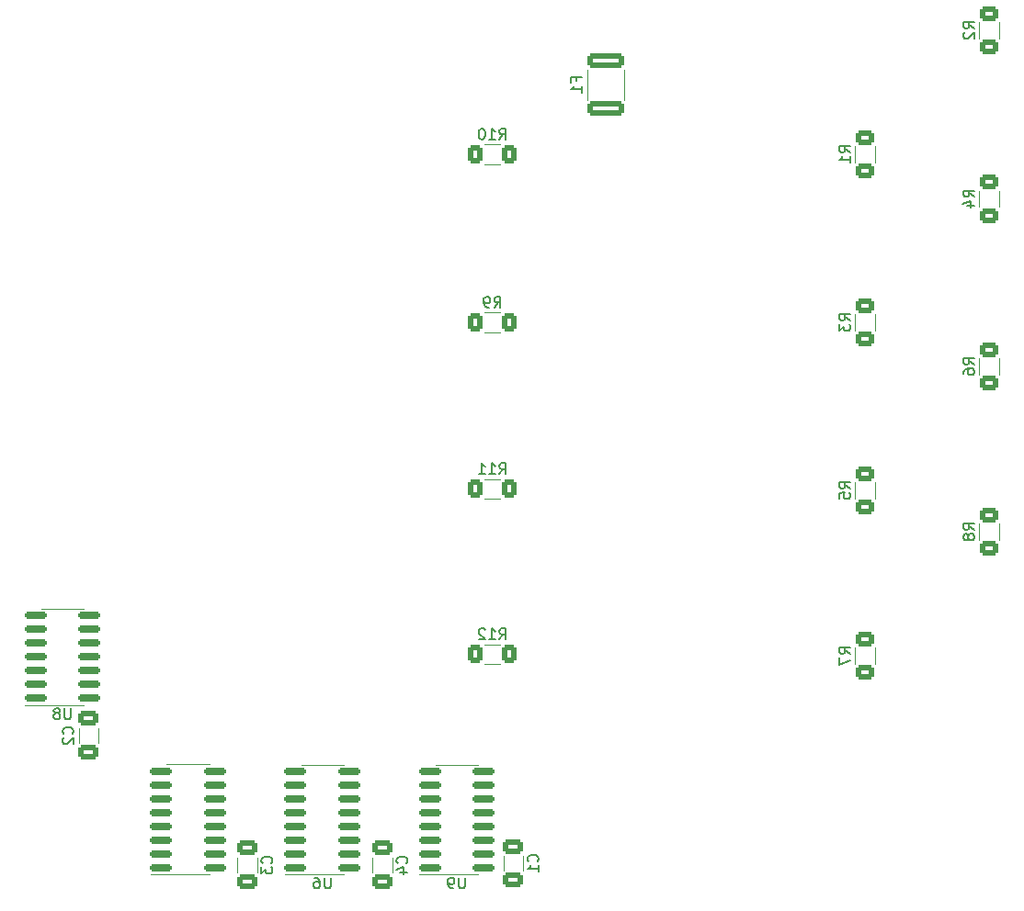
<source format=gbr>
%TF.GenerationSoftware,KiCad,Pcbnew,7.0.7*%
%TF.CreationDate,2023-10-27T11:47:26+02:00*%
%TF.ProjectId,BOB4AXIS,424f4234-4158-4495-932e-6b696361645f,rev?*%
%TF.SameCoordinates,Original*%
%TF.FileFunction,Legend,Bot*%
%TF.FilePolarity,Positive*%
%FSLAX46Y46*%
G04 Gerber Fmt 4.6, Leading zero omitted, Abs format (unit mm)*
G04 Created by KiCad (PCBNEW 7.0.7) date 2023-10-27 11:47:26*
%MOMM*%
%LPD*%
G01*
G04 APERTURE LIST*
G04 Aperture macros list*
%AMRoundRect*
0 Rectangle with rounded corners*
0 $1 Rounding radius*
0 $2 $3 $4 $5 $6 $7 $8 $9 X,Y pos of 4 corners*
0 Add a 4 corners polygon primitive as box body*
4,1,4,$2,$3,$4,$5,$6,$7,$8,$9,$2,$3,0*
0 Add four circle primitives for the rounded corners*
1,1,$1+$1,$2,$3*
1,1,$1+$1,$4,$5*
1,1,$1+$1,$6,$7*
1,1,$1+$1,$8,$9*
0 Add four rect primitives between the rounded corners*
20,1,$1+$1,$2,$3,$4,$5,0*
20,1,$1+$1,$4,$5,$6,$7,0*
20,1,$1+$1,$6,$7,$8,$9,0*
20,1,$1+$1,$8,$9,$2,$3,0*%
G04 Aperture macros list end*
%ADD10C,0.150000*%
%ADD11C,0.120000*%
%ADD12C,2.200000*%
%ADD13R,2.200000X2.200000*%
%ADD14C,0.800000*%
%ADD15C,6.400000*%
%ADD16R,1.700000X1.700000*%
%ADD17O,1.700000X1.700000*%
%ADD18R,1.600000X1.600000*%
%ADD19O,1.600000X1.600000*%
%ADD20RoundRect,0.250000X0.600000X-0.600000X0.600000X0.600000X-0.600000X0.600000X-0.600000X-0.600000X0*%
%ADD21C,1.700000*%
%ADD22RoundRect,0.250000X0.400000X0.625000X-0.400000X0.625000X-0.400000X-0.625000X0.400000X-0.625000X0*%
%ADD23RoundRect,0.250000X0.650000X-0.412500X0.650000X0.412500X-0.650000X0.412500X-0.650000X-0.412500X0*%
%ADD24RoundRect,0.250000X-0.625000X0.400000X-0.625000X-0.400000X0.625000X-0.400000X0.625000X0.400000X0*%
%ADD25RoundRect,0.250000X-1.450000X0.400000X-1.450000X-0.400000X1.450000X-0.400000X1.450000X0.400000X0*%
%ADD26RoundRect,0.150000X-0.825000X-0.150000X0.825000X-0.150000X0.825000X0.150000X-0.825000X0.150000X0*%
%ADD27RoundRect,0.250000X-0.650000X0.412500X-0.650000X-0.412500X0.650000X-0.412500X0.650000X0.412500X0*%
G04 APERTURE END LIST*
D10*
X47225857Y-22764819D02*
X47559190Y-22288628D01*
X47797285Y-22764819D02*
X47797285Y-21764819D01*
X47797285Y-21764819D02*
X47416333Y-21764819D01*
X47416333Y-21764819D02*
X47321095Y-21812438D01*
X47321095Y-21812438D02*
X47273476Y-21860057D01*
X47273476Y-21860057D02*
X47225857Y-21955295D01*
X47225857Y-21955295D02*
X47225857Y-22098152D01*
X47225857Y-22098152D02*
X47273476Y-22193390D01*
X47273476Y-22193390D02*
X47321095Y-22241009D01*
X47321095Y-22241009D02*
X47416333Y-22288628D01*
X47416333Y-22288628D02*
X47797285Y-22288628D01*
X46273476Y-22764819D02*
X46844904Y-22764819D01*
X46559190Y-22764819D02*
X46559190Y-21764819D01*
X46559190Y-21764819D02*
X46654428Y-21907676D01*
X46654428Y-21907676D02*
X46749666Y-22002914D01*
X46749666Y-22002914D02*
X46844904Y-22050533D01*
X45654428Y-21764819D02*
X45559190Y-21764819D01*
X45559190Y-21764819D02*
X45463952Y-21812438D01*
X45463952Y-21812438D02*
X45416333Y-21860057D01*
X45416333Y-21860057D02*
X45368714Y-21955295D01*
X45368714Y-21955295D02*
X45321095Y-22145771D01*
X45321095Y-22145771D02*
X45321095Y-22383866D01*
X45321095Y-22383866D02*
X45368714Y-22574342D01*
X45368714Y-22574342D02*
X45416333Y-22669580D01*
X45416333Y-22669580D02*
X45463952Y-22717200D01*
X45463952Y-22717200D02*
X45559190Y-22764819D01*
X45559190Y-22764819D02*
X45654428Y-22764819D01*
X45654428Y-22764819D02*
X45749666Y-22717200D01*
X45749666Y-22717200D02*
X45797285Y-22669580D01*
X45797285Y-22669580D02*
X45844904Y-22574342D01*
X45844904Y-22574342D02*
X45892523Y-22383866D01*
X45892523Y-22383866D02*
X45892523Y-22145771D01*
X45892523Y-22145771D02*
X45844904Y-21955295D01*
X45844904Y-21955295D02*
X45797285Y-21860057D01*
X45797285Y-21860057D02*
X45749666Y-21812438D01*
X45749666Y-21812438D02*
X45654428Y-21764819D01*
X38658580Y-89495333D02*
X38706200Y-89447714D01*
X38706200Y-89447714D02*
X38753819Y-89304857D01*
X38753819Y-89304857D02*
X38753819Y-89209619D01*
X38753819Y-89209619D02*
X38706200Y-89066762D01*
X38706200Y-89066762D02*
X38610961Y-88971524D01*
X38610961Y-88971524D02*
X38515723Y-88923905D01*
X38515723Y-88923905D02*
X38325247Y-88876286D01*
X38325247Y-88876286D02*
X38182390Y-88876286D01*
X38182390Y-88876286D02*
X37991914Y-88923905D01*
X37991914Y-88923905D02*
X37896676Y-88971524D01*
X37896676Y-88971524D02*
X37801438Y-89066762D01*
X37801438Y-89066762D02*
X37753819Y-89209619D01*
X37753819Y-89209619D02*
X37753819Y-89304857D01*
X37753819Y-89304857D02*
X37801438Y-89447714D01*
X37801438Y-89447714D02*
X37849057Y-89495333D01*
X38087152Y-90352476D02*
X38753819Y-90352476D01*
X37706200Y-90114381D02*
X38420485Y-89876286D01*
X38420485Y-89876286D02*
X38420485Y-90495333D01*
X79533819Y-23963333D02*
X79057628Y-23630000D01*
X79533819Y-23391905D02*
X78533819Y-23391905D01*
X78533819Y-23391905D02*
X78533819Y-23772857D01*
X78533819Y-23772857D02*
X78581438Y-23868095D01*
X78581438Y-23868095D02*
X78629057Y-23915714D01*
X78629057Y-23915714D02*
X78724295Y-23963333D01*
X78724295Y-23963333D02*
X78867152Y-23963333D01*
X78867152Y-23963333D02*
X78962390Y-23915714D01*
X78962390Y-23915714D02*
X79010009Y-23868095D01*
X79010009Y-23868095D02*
X79057628Y-23772857D01*
X79057628Y-23772857D02*
X79057628Y-23391905D01*
X79533819Y-24915714D02*
X79533819Y-24344286D01*
X79533819Y-24630000D02*
X78533819Y-24630000D01*
X78533819Y-24630000D02*
X78676676Y-24534762D01*
X78676676Y-24534762D02*
X78771914Y-24439524D01*
X78771914Y-24439524D02*
X78819533Y-24344286D01*
X79533819Y-70191333D02*
X79057628Y-69858000D01*
X79533819Y-69619905D02*
X78533819Y-69619905D01*
X78533819Y-69619905D02*
X78533819Y-70000857D01*
X78533819Y-70000857D02*
X78581438Y-70096095D01*
X78581438Y-70096095D02*
X78629057Y-70143714D01*
X78629057Y-70143714D02*
X78724295Y-70191333D01*
X78724295Y-70191333D02*
X78867152Y-70191333D01*
X78867152Y-70191333D02*
X78962390Y-70143714D01*
X78962390Y-70143714D02*
X79010009Y-70096095D01*
X79010009Y-70096095D02*
X79057628Y-70000857D01*
X79057628Y-70000857D02*
X79057628Y-69619905D01*
X78533819Y-70524667D02*
X78533819Y-71191333D01*
X78533819Y-71191333D02*
X79533819Y-70762762D01*
X54304009Y-17385666D02*
X54304009Y-17052333D01*
X54827819Y-17052333D02*
X53827819Y-17052333D01*
X53827819Y-17052333D02*
X53827819Y-17528523D01*
X54827819Y-18433285D02*
X54827819Y-17861857D01*
X54827819Y-18147571D02*
X53827819Y-18147571D01*
X53827819Y-18147571D02*
X53970676Y-18052333D01*
X53970676Y-18052333D02*
X54065914Y-17957095D01*
X54065914Y-17957095D02*
X54113533Y-17861857D01*
X79533819Y-54951333D02*
X79057628Y-54618000D01*
X79533819Y-54379905D02*
X78533819Y-54379905D01*
X78533819Y-54379905D02*
X78533819Y-54760857D01*
X78533819Y-54760857D02*
X78581438Y-54856095D01*
X78581438Y-54856095D02*
X78629057Y-54903714D01*
X78629057Y-54903714D02*
X78724295Y-54951333D01*
X78724295Y-54951333D02*
X78867152Y-54951333D01*
X78867152Y-54951333D02*
X78962390Y-54903714D01*
X78962390Y-54903714D02*
X79010009Y-54856095D01*
X79010009Y-54856095D02*
X79057628Y-54760857D01*
X79057628Y-54760857D02*
X79057628Y-54379905D01*
X78533819Y-55856095D02*
X78533819Y-55379905D01*
X78533819Y-55379905D02*
X79010009Y-55332286D01*
X79010009Y-55332286D02*
X78962390Y-55379905D01*
X78962390Y-55379905D02*
X78914771Y-55475143D01*
X78914771Y-55475143D02*
X78914771Y-55713238D01*
X78914771Y-55713238D02*
X78962390Y-55808476D01*
X78962390Y-55808476D02*
X79010009Y-55856095D01*
X79010009Y-55856095D02*
X79105247Y-55903714D01*
X79105247Y-55903714D02*
X79343342Y-55903714D01*
X79343342Y-55903714D02*
X79438580Y-55856095D01*
X79438580Y-55856095D02*
X79486200Y-55808476D01*
X79486200Y-55808476D02*
X79533819Y-55713238D01*
X79533819Y-55713238D02*
X79533819Y-55475143D01*
X79533819Y-55475143D02*
X79486200Y-55379905D01*
X79486200Y-55379905D02*
X79438580Y-55332286D01*
X47225857Y-68865819D02*
X47559190Y-68389628D01*
X47797285Y-68865819D02*
X47797285Y-67865819D01*
X47797285Y-67865819D02*
X47416333Y-67865819D01*
X47416333Y-67865819D02*
X47321095Y-67913438D01*
X47321095Y-67913438D02*
X47273476Y-67961057D01*
X47273476Y-67961057D02*
X47225857Y-68056295D01*
X47225857Y-68056295D02*
X47225857Y-68199152D01*
X47225857Y-68199152D02*
X47273476Y-68294390D01*
X47273476Y-68294390D02*
X47321095Y-68342009D01*
X47321095Y-68342009D02*
X47416333Y-68389628D01*
X47416333Y-68389628D02*
X47797285Y-68389628D01*
X46273476Y-68865819D02*
X46844904Y-68865819D01*
X46559190Y-68865819D02*
X46559190Y-67865819D01*
X46559190Y-67865819D02*
X46654428Y-68008676D01*
X46654428Y-68008676D02*
X46749666Y-68103914D01*
X46749666Y-68103914D02*
X46844904Y-68151533D01*
X45892523Y-67961057D02*
X45844904Y-67913438D01*
X45844904Y-67913438D02*
X45749666Y-67865819D01*
X45749666Y-67865819D02*
X45511571Y-67865819D01*
X45511571Y-67865819D02*
X45416333Y-67913438D01*
X45416333Y-67913438D02*
X45368714Y-67961057D01*
X45368714Y-67961057D02*
X45321095Y-68056295D01*
X45321095Y-68056295D02*
X45321095Y-68151533D01*
X45321095Y-68151533D02*
X45368714Y-68294390D01*
X45368714Y-68294390D02*
X45940142Y-68865819D01*
X45940142Y-68865819D02*
X45321095Y-68865819D01*
X90963819Y-58761333D02*
X90487628Y-58428000D01*
X90963819Y-58189905D02*
X89963819Y-58189905D01*
X89963819Y-58189905D02*
X89963819Y-58570857D01*
X89963819Y-58570857D02*
X90011438Y-58666095D01*
X90011438Y-58666095D02*
X90059057Y-58713714D01*
X90059057Y-58713714D02*
X90154295Y-58761333D01*
X90154295Y-58761333D02*
X90297152Y-58761333D01*
X90297152Y-58761333D02*
X90392390Y-58713714D01*
X90392390Y-58713714D02*
X90440009Y-58666095D01*
X90440009Y-58666095D02*
X90487628Y-58570857D01*
X90487628Y-58570857D02*
X90487628Y-58189905D01*
X90392390Y-59332762D02*
X90344771Y-59237524D01*
X90344771Y-59237524D02*
X90297152Y-59189905D01*
X90297152Y-59189905D02*
X90201914Y-59142286D01*
X90201914Y-59142286D02*
X90154295Y-59142286D01*
X90154295Y-59142286D02*
X90059057Y-59189905D01*
X90059057Y-59189905D02*
X90011438Y-59237524D01*
X90011438Y-59237524D02*
X89963819Y-59332762D01*
X89963819Y-59332762D02*
X89963819Y-59523238D01*
X89963819Y-59523238D02*
X90011438Y-59618476D01*
X90011438Y-59618476D02*
X90059057Y-59666095D01*
X90059057Y-59666095D02*
X90154295Y-59713714D01*
X90154295Y-59713714D02*
X90201914Y-59713714D01*
X90201914Y-59713714D02*
X90297152Y-59666095D01*
X90297152Y-59666095D02*
X90344771Y-59618476D01*
X90344771Y-59618476D02*
X90392390Y-59523238D01*
X90392390Y-59523238D02*
X90392390Y-59332762D01*
X90392390Y-59332762D02*
X90440009Y-59237524D01*
X90440009Y-59237524D02*
X90487628Y-59189905D01*
X90487628Y-59189905D02*
X90582866Y-59142286D01*
X90582866Y-59142286D02*
X90773342Y-59142286D01*
X90773342Y-59142286D02*
X90868580Y-59189905D01*
X90868580Y-59189905D02*
X90916200Y-59237524D01*
X90916200Y-59237524D02*
X90963819Y-59332762D01*
X90963819Y-59332762D02*
X90963819Y-59523238D01*
X90963819Y-59523238D02*
X90916200Y-59618476D01*
X90916200Y-59618476D02*
X90868580Y-59666095D01*
X90868580Y-59666095D02*
X90773342Y-59713714D01*
X90773342Y-59713714D02*
X90582866Y-59713714D01*
X90582866Y-59713714D02*
X90487628Y-59666095D01*
X90487628Y-59666095D02*
X90440009Y-59618476D01*
X90440009Y-59618476D02*
X90392390Y-59523238D01*
X31684904Y-90825819D02*
X31684904Y-91635342D01*
X31684904Y-91635342D02*
X31637285Y-91730580D01*
X31637285Y-91730580D02*
X31589666Y-91778200D01*
X31589666Y-91778200D02*
X31494428Y-91825819D01*
X31494428Y-91825819D02*
X31303952Y-91825819D01*
X31303952Y-91825819D02*
X31208714Y-91778200D01*
X31208714Y-91778200D02*
X31161095Y-91730580D01*
X31161095Y-91730580D02*
X31113476Y-91635342D01*
X31113476Y-91635342D02*
X31113476Y-90825819D01*
X30208714Y-90825819D02*
X30399190Y-90825819D01*
X30399190Y-90825819D02*
X30494428Y-90873438D01*
X30494428Y-90873438D02*
X30542047Y-90921057D01*
X30542047Y-90921057D02*
X30637285Y-91063914D01*
X30637285Y-91063914D02*
X30684904Y-91254390D01*
X30684904Y-91254390D02*
X30684904Y-91635342D01*
X30684904Y-91635342D02*
X30637285Y-91730580D01*
X30637285Y-91730580D02*
X30589666Y-91778200D01*
X30589666Y-91778200D02*
X30494428Y-91825819D01*
X30494428Y-91825819D02*
X30303952Y-91825819D01*
X30303952Y-91825819D02*
X30208714Y-91778200D01*
X30208714Y-91778200D02*
X30161095Y-91730580D01*
X30161095Y-91730580D02*
X30113476Y-91635342D01*
X30113476Y-91635342D02*
X30113476Y-91397247D01*
X30113476Y-91397247D02*
X30161095Y-91302009D01*
X30161095Y-91302009D02*
X30208714Y-91254390D01*
X30208714Y-91254390D02*
X30303952Y-91206771D01*
X30303952Y-91206771D02*
X30494428Y-91206771D01*
X30494428Y-91206771D02*
X30589666Y-91254390D01*
X30589666Y-91254390D02*
X30637285Y-91302009D01*
X30637285Y-91302009D02*
X30684904Y-91397247D01*
X47225857Y-53625819D02*
X47559190Y-53149628D01*
X47797285Y-53625819D02*
X47797285Y-52625819D01*
X47797285Y-52625819D02*
X47416333Y-52625819D01*
X47416333Y-52625819D02*
X47321095Y-52673438D01*
X47321095Y-52673438D02*
X47273476Y-52721057D01*
X47273476Y-52721057D02*
X47225857Y-52816295D01*
X47225857Y-52816295D02*
X47225857Y-52959152D01*
X47225857Y-52959152D02*
X47273476Y-53054390D01*
X47273476Y-53054390D02*
X47321095Y-53102009D01*
X47321095Y-53102009D02*
X47416333Y-53149628D01*
X47416333Y-53149628D02*
X47797285Y-53149628D01*
X46273476Y-53625819D02*
X46844904Y-53625819D01*
X46559190Y-53625819D02*
X46559190Y-52625819D01*
X46559190Y-52625819D02*
X46654428Y-52768676D01*
X46654428Y-52768676D02*
X46749666Y-52863914D01*
X46749666Y-52863914D02*
X46844904Y-52911533D01*
X45321095Y-53625819D02*
X45892523Y-53625819D01*
X45606809Y-53625819D02*
X45606809Y-52625819D01*
X45606809Y-52625819D02*
X45702047Y-52768676D01*
X45702047Y-52768676D02*
X45797285Y-52863914D01*
X45797285Y-52863914D02*
X45892523Y-52911533D01*
X90963819Y-28053333D02*
X90487628Y-27720000D01*
X90963819Y-27481905D02*
X89963819Y-27481905D01*
X89963819Y-27481905D02*
X89963819Y-27862857D01*
X89963819Y-27862857D02*
X90011438Y-27958095D01*
X90011438Y-27958095D02*
X90059057Y-28005714D01*
X90059057Y-28005714D02*
X90154295Y-28053333D01*
X90154295Y-28053333D02*
X90297152Y-28053333D01*
X90297152Y-28053333D02*
X90392390Y-28005714D01*
X90392390Y-28005714D02*
X90440009Y-27958095D01*
X90440009Y-27958095D02*
X90487628Y-27862857D01*
X90487628Y-27862857D02*
X90487628Y-27481905D01*
X90297152Y-28910476D02*
X90963819Y-28910476D01*
X89916200Y-28672381D02*
X90630485Y-28434286D01*
X90630485Y-28434286D02*
X90630485Y-29053333D01*
X7907580Y-77557333D02*
X7955200Y-77509714D01*
X7955200Y-77509714D02*
X8002819Y-77366857D01*
X8002819Y-77366857D02*
X8002819Y-77271619D01*
X8002819Y-77271619D02*
X7955200Y-77128762D01*
X7955200Y-77128762D02*
X7859961Y-77033524D01*
X7859961Y-77033524D02*
X7764723Y-76985905D01*
X7764723Y-76985905D02*
X7574247Y-76938286D01*
X7574247Y-76938286D02*
X7431390Y-76938286D01*
X7431390Y-76938286D02*
X7240914Y-76985905D01*
X7240914Y-76985905D02*
X7145676Y-77033524D01*
X7145676Y-77033524D02*
X7050438Y-77128762D01*
X7050438Y-77128762D02*
X7002819Y-77271619D01*
X7002819Y-77271619D02*
X7002819Y-77366857D01*
X7002819Y-77366857D02*
X7050438Y-77509714D01*
X7050438Y-77509714D02*
X7098057Y-77557333D01*
X7098057Y-77938286D02*
X7050438Y-77985905D01*
X7050438Y-77985905D02*
X7002819Y-78081143D01*
X7002819Y-78081143D02*
X7002819Y-78319238D01*
X7002819Y-78319238D02*
X7050438Y-78414476D01*
X7050438Y-78414476D02*
X7098057Y-78462095D01*
X7098057Y-78462095D02*
X7193295Y-78509714D01*
X7193295Y-78509714D02*
X7288533Y-78509714D01*
X7288533Y-78509714D02*
X7431390Y-78462095D01*
X7431390Y-78462095D02*
X8002819Y-77890667D01*
X8002819Y-77890667D02*
X8002819Y-78509714D01*
X90963819Y-12533333D02*
X90487628Y-12200000D01*
X90963819Y-11961905D02*
X89963819Y-11961905D01*
X89963819Y-11961905D02*
X89963819Y-12342857D01*
X89963819Y-12342857D02*
X90011438Y-12438095D01*
X90011438Y-12438095D02*
X90059057Y-12485714D01*
X90059057Y-12485714D02*
X90154295Y-12533333D01*
X90154295Y-12533333D02*
X90297152Y-12533333D01*
X90297152Y-12533333D02*
X90392390Y-12485714D01*
X90392390Y-12485714D02*
X90440009Y-12438095D01*
X90440009Y-12438095D02*
X90487628Y-12342857D01*
X90487628Y-12342857D02*
X90487628Y-11961905D01*
X90059057Y-12914286D02*
X90011438Y-12961905D01*
X90011438Y-12961905D02*
X89963819Y-13057143D01*
X89963819Y-13057143D02*
X89963819Y-13295238D01*
X89963819Y-13295238D02*
X90011438Y-13390476D01*
X90011438Y-13390476D02*
X90059057Y-13438095D01*
X90059057Y-13438095D02*
X90154295Y-13485714D01*
X90154295Y-13485714D02*
X90249533Y-13485714D01*
X90249533Y-13485714D02*
X90392390Y-13438095D01*
X90392390Y-13438095D02*
X90963819Y-12866667D01*
X90963819Y-12866667D02*
X90963819Y-13485714D01*
X90963819Y-43521333D02*
X90487628Y-43188000D01*
X90963819Y-42949905D02*
X89963819Y-42949905D01*
X89963819Y-42949905D02*
X89963819Y-43330857D01*
X89963819Y-43330857D02*
X90011438Y-43426095D01*
X90011438Y-43426095D02*
X90059057Y-43473714D01*
X90059057Y-43473714D02*
X90154295Y-43521333D01*
X90154295Y-43521333D02*
X90297152Y-43521333D01*
X90297152Y-43521333D02*
X90392390Y-43473714D01*
X90392390Y-43473714D02*
X90440009Y-43426095D01*
X90440009Y-43426095D02*
X90487628Y-43330857D01*
X90487628Y-43330857D02*
X90487628Y-42949905D01*
X89963819Y-44378476D02*
X89963819Y-44188000D01*
X89963819Y-44188000D02*
X90011438Y-44092762D01*
X90011438Y-44092762D02*
X90059057Y-44045143D01*
X90059057Y-44045143D02*
X90201914Y-43949905D01*
X90201914Y-43949905D02*
X90392390Y-43902286D01*
X90392390Y-43902286D02*
X90773342Y-43902286D01*
X90773342Y-43902286D02*
X90868580Y-43949905D01*
X90868580Y-43949905D02*
X90916200Y-43997524D01*
X90916200Y-43997524D02*
X90963819Y-44092762D01*
X90963819Y-44092762D02*
X90963819Y-44283238D01*
X90963819Y-44283238D02*
X90916200Y-44378476D01*
X90916200Y-44378476D02*
X90868580Y-44426095D01*
X90868580Y-44426095D02*
X90773342Y-44473714D01*
X90773342Y-44473714D02*
X90535247Y-44473714D01*
X90535247Y-44473714D02*
X90440009Y-44426095D01*
X90440009Y-44426095D02*
X90392390Y-44378476D01*
X90392390Y-44378476D02*
X90344771Y-44283238D01*
X90344771Y-44283238D02*
X90344771Y-44092762D01*
X90344771Y-44092762D02*
X90392390Y-43997524D01*
X90392390Y-43997524D02*
X90440009Y-43949905D01*
X90440009Y-43949905D02*
X90535247Y-43902286D01*
X50723580Y-89329833D02*
X50771200Y-89282214D01*
X50771200Y-89282214D02*
X50818819Y-89139357D01*
X50818819Y-89139357D02*
X50818819Y-89044119D01*
X50818819Y-89044119D02*
X50771200Y-88901262D01*
X50771200Y-88901262D02*
X50675961Y-88806024D01*
X50675961Y-88806024D02*
X50580723Y-88758405D01*
X50580723Y-88758405D02*
X50390247Y-88710786D01*
X50390247Y-88710786D02*
X50247390Y-88710786D01*
X50247390Y-88710786D02*
X50056914Y-88758405D01*
X50056914Y-88758405D02*
X49961676Y-88806024D01*
X49961676Y-88806024D02*
X49866438Y-88901262D01*
X49866438Y-88901262D02*
X49818819Y-89044119D01*
X49818819Y-89044119D02*
X49818819Y-89139357D01*
X49818819Y-89139357D02*
X49866438Y-89282214D01*
X49866438Y-89282214D02*
X49914057Y-89329833D01*
X50818819Y-90282214D02*
X50818819Y-89710786D01*
X50818819Y-89996500D02*
X49818819Y-89996500D01*
X49818819Y-89996500D02*
X49961676Y-89901262D01*
X49961676Y-89901262D02*
X50056914Y-89806024D01*
X50056914Y-89806024D02*
X50104533Y-89710786D01*
X46749666Y-38258819D02*
X47082999Y-37782628D01*
X47321094Y-38258819D02*
X47321094Y-37258819D01*
X47321094Y-37258819D02*
X46940142Y-37258819D01*
X46940142Y-37258819D02*
X46844904Y-37306438D01*
X46844904Y-37306438D02*
X46797285Y-37354057D01*
X46797285Y-37354057D02*
X46749666Y-37449295D01*
X46749666Y-37449295D02*
X46749666Y-37592152D01*
X46749666Y-37592152D02*
X46797285Y-37687390D01*
X46797285Y-37687390D02*
X46844904Y-37735009D01*
X46844904Y-37735009D02*
X46940142Y-37782628D01*
X46940142Y-37782628D02*
X47321094Y-37782628D01*
X46273475Y-38258819D02*
X46082999Y-38258819D01*
X46082999Y-38258819D02*
X45987761Y-38211200D01*
X45987761Y-38211200D02*
X45940142Y-38163580D01*
X45940142Y-38163580D02*
X45844904Y-38020723D01*
X45844904Y-38020723D02*
X45797285Y-37830247D01*
X45797285Y-37830247D02*
X45797285Y-37449295D01*
X45797285Y-37449295D02*
X45844904Y-37354057D01*
X45844904Y-37354057D02*
X45892523Y-37306438D01*
X45892523Y-37306438D02*
X45987761Y-37258819D01*
X45987761Y-37258819D02*
X46178237Y-37258819D01*
X46178237Y-37258819D02*
X46273475Y-37306438D01*
X46273475Y-37306438D02*
X46321094Y-37354057D01*
X46321094Y-37354057D02*
X46368713Y-37449295D01*
X46368713Y-37449295D02*
X46368713Y-37687390D01*
X46368713Y-37687390D02*
X46321094Y-37782628D01*
X46321094Y-37782628D02*
X46273475Y-37830247D01*
X46273475Y-37830247D02*
X46178237Y-37877866D01*
X46178237Y-37877866D02*
X45987761Y-37877866D01*
X45987761Y-37877866D02*
X45892523Y-37830247D01*
X45892523Y-37830247D02*
X45844904Y-37782628D01*
X45844904Y-37782628D02*
X45797285Y-37687390D01*
X26212580Y-89495333D02*
X26260200Y-89447714D01*
X26260200Y-89447714D02*
X26307819Y-89304857D01*
X26307819Y-89304857D02*
X26307819Y-89209619D01*
X26307819Y-89209619D02*
X26260200Y-89066762D01*
X26260200Y-89066762D02*
X26164961Y-88971524D01*
X26164961Y-88971524D02*
X26069723Y-88923905D01*
X26069723Y-88923905D02*
X25879247Y-88876286D01*
X25879247Y-88876286D02*
X25736390Y-88876286D01*
X25736390Y-88876286D02*
X25545914Y-88923905D01*
X25545914Y-88923905D02*
X25450676Y-88971524D01*
X25450676Y-88971524D02*
X25355438Y-89066762D01*
X25355438Y-89066762D02*
X25307819Y-89209619D01*
X25307819Y-89209619D02*
X25307819Y-89304857D01*
X25307819Y-89304857D02*
X25355438Y-89447714D01*
X25355438Y-89447714D02*
X25403057Y-89495333D01*
X25307819Y-89828667D02*
X25307819Y-90447714D01*
X25307819Y-90447714D02*
X25688771Y-90114381D01*
X25688771Y-90114381D02*
X25688771Y-90257238D01*
X25688771Y-90257238D02*
X25736390Y-90352476D01*
X25736390Y-90352476D02*
X25784009Y-90400095D01*
X25784009Y-90400095D02*
X25879247Y-90447714D01*
X25879247Y-90447714D02*
X26117342Y-90447714D01*
X26117342Y-90447714D02*
X26212580Y-90400095D01*
X26212580Y-90400095D02*
X26260200Y-90352476D01*
X26260200Y-90352476D02*
X26307819Y-90257238D01*
X26307819Y-90257238D02*
X26307819Y-89971524D01*
X26307819Y-89971524D02*
X26260200Y-89876286D01*
X26260200Y-89876286D02*
X26212580Y-89828667D01*
X79533819Y-39457333D02*
X79057628Y-39124000D01*
X79533819Y-38885905D02*
X78533819Y-38885905D01*
X78533819Y-38885905D02*
X78533819Y-39266857D01*
X78533819Y-39266857D02*
X78581438Y-39362095D01*
X78581438Y-39362095D02*
X78629057Y-39409714D01*
X78629057Y-39409714D02*
X78724295Y-39457333D01*
X78724295Y-39457333D02*
X78867152Y-39457333D01*
X78867152Y-39457333D02*
X78962390Y-39409714D01*
X78962390Y-39409714D02*
X79010009Y-39362095D01*
X79010009Y-39362095D02*
X79057628Y-39266857D01*
X79057628Y-39266857D02*
X79057628Y-38885905D01*
X78533819Y-39790667D02*
X78533819Y-40409714D01*
X78533819Y-40409714D02*
X78914771Y-40076381D01*
X78914771Y-40076381D02*
X78914771Y-40219238D01*
X78914771Y-40219238D02*
X78962390Y-40314476D01*
X78962390Y-40314476D02*
X79010009Y-40362095D01*
X79010009Y-40362095D02*
X79105247Y-40409714D01*
X79105247Y-40409714D02*
X79343342Y-40409714D01*
X79343342Y-40409714D02*
X79438580Y-40362095D01*
X79438580Y-40362095D02*
X79486200Y-40314476D01*
X79486200Y-40314476D02*
X79533819Y-40219238D01*
X79533819Y-40219238D02*
X79533819Y-39933524D01*
X79533819Y-39933524D02*
X79486200Y-39838286D01*
X79486200Y-39838286D02*
X79438580Y-39790667D01*
X7746904Y-75219819D02*
X7746904Y-76029342D01*
X7746904Y-76029342D02*
X7699285Y-76124580D01*
X7699285Y-76124580D02*
X7651666Y-76172200D01*
X7651666Y-76172200D02*
X7556428Y-76219819D01*
X7556428Y-76219819D02*
X7365952Y-76219819D01*
X7365952Y-76219819D02*
X7270714Y-76172200D01*
X7270714Y-76172200D02*
X7223095Y-76124580D01*
X7223095Y-76124580D02*
X7175476Y-76029342D01*
X7175476Y-76029342D02*
X7175476Y-75219819D01*
X6556428Y-75648390D02*
X6651666Y-75600771D01*
X6651666Y-75600771D02*
X6699285Y-75553152D01*
X6699285Y-75553152D02*
X6746904Y-75457914D01*
X6746904Y-75457914D02*
X6746904Y-75410295D01*
X6746904Y-75410295D02*
X6699285Y-75315057D01*
X6699285Y-75315057D02*
X6651666Y-75267438D01*
X6651666Y-75267438D02*
X6556428Y-75219819D01*
X6556428Y-75219819D02*
X6365952Y-75219819D01*
X6365952Y-75219819D02*
X6270714Y-75267438D01*
X6270714Y-75267438D02*
X6223095Y-75315057D01*
X6223095Y-75315057D02*
X6175476Y-75410295D01*
X6175476Y-75410295D02*
X6175476Y-75457914D01*
X6175476Y-75457914D02*
X6223095Y-75553152D01*
X6223095Y-75553152D02*
X6270714Y-75600771D01*
X6270714Y-75600771D02*
X6365952Y-75648390D01*
X6365952Y-75648390D02*
X6556428Y-75648390D01*
X6556428Y-75648390D02*
X6651666Y-75696009D01*
X6651666Y-75696009D02*
X6699285Y-75743628D01*
X6699285Y-75743628D02*
X6746904Y-75838866D01*
X6746904Y-75838866D02*
X6746904Y-76029342D01*
X6746904Y-76029342D02*
X6699285Y-76124580D01*
X6699285Y-76124580D02*
X6651666Y-76172200D01*
X6651666Y-76172200D02*
X6556428Y-76219819D01*
X6556428Y-76219819D02*
X6365952Y-76219819D01*
X6365952Y-76219819D02*
X6270714Y-76172200D01*
X6270714Y-76172200D02*
X6223095Y-76124580D01*
X6223095Y-76124580D02*
X6175476Y-76029342D01*
X6175476Y-76029342D02*
X6175476Y-75838866D01*
X6175476Y-75838866D02*
X6223095Y-75743628D01*
X6223095Y-75743628D02*
X6270714Y-75696009D01*
X6270714Y-75696009D02*
X6365952Y-75648390D01*
X44068904Y-90825819D02*
X44068904Y-91635342D01*
X44068904Y-91635342D02*
X44021285Y-91730580D01*
X44021285Y-91730580D02*
X43973666Y-91778200D01*
X43973666Y-91778200D02*
X43878428Y-91825819D01*
X43878428Y-91825819D02*
X43687952Y-91825819D01*
X43687952Y-91825819D02*
X43592714Y-91778200D01*
X43592714Y-91778200D02*
X43545095Y-91730580D01*
X43545095Y-91730580D02*
X43497476Y-91635342D01*
X43497476Y-91635342D02*
X43497476Y-90825819D01*
X42973666Y-91825819D02*
X42783190Y-91825819D01*
X42783190Y-91825819D02*
X42687952Y-91778200D01*
X42687952Y-91778200D02*
X42640333Y-91730580D01*
X42640333Y-91730580D02*
X42545095Y-91587723D01*
X42545095Y-91587723D02*
X42497476Y-91397247D01*
X42497476Y-91397247D02*
X42497476Y-91016295D01*
X42497476Y-91016295D02*
X42545095Y-90921057D01*
X42545095Y-90921057D02*
X42592714Y-90873438D01*
X42592714Y-90873438D02*
X42687952Y-90825819D01*
X42687952Y-90825819D02*
X42878428Y-90825819D01*
X42878428Y-90825819D02*
X42973666Y-90873438D01*
X42973666Y-90873438D02*
X43021285Y-90921057D01*
X43021285Y-90921057D02*
X43068904Y-91016295D01*
X43068904Y-91016295D02*
X43068904Y-91254390D01*
X43068904Y-91254390D02*
X43021285Y-91349628D01*
X43021285Y-91349628D02*
X42973666Y-91397247D01*
X42973666Y-91397247D02*
X42878428Y-91444866D01*
X42878428Y-91444866D02*
X42687952Y-91444866D01*
X42687952Y-91444866D02*
X42592714Y-91397247D01*
X42592714Y-91397247D02*
X42545095Y-91349628D01*
X42545095Y-91349628D02*
X42497476Y-91254390D01*
D11*
%TO.C,R10*%
X47310064Y-25040000D02*
X45855936Y-25040000D01*
X47310064Y-23220000D02*
X45855936Y-23220000D01*
%TO.C,C4*%
X35539000Y-90373252D02*
X35539000Y-88950748D01*
X37359000Y-90373252D02*
X37359000Y-88950748D01*
%TO.C,R1*%
X81809000Y-23402936D02*
X81809000Y-24857064D01*
X79989000Y-23402936D02*
X79989000Y-24857064D01*
%TO.C,R7*%
X81809000Y-69630936D02*
X81809000Y-71085064D01*
X79989000Y-69630936D02*
X79989000Y-71085064D01*
%TO.C,F1*%
X58733000Y-16332748D02*
X58733000Y-19105252D01*
X55313000Y-16332748D02*
X55313000Y-19105252D01*
%TO.C,R5*%
X81809000Y-54390936D02*
X81809000Y-55845064D01*
X79989000Y-54390936D02*
X79989000Y-55845064D01*
%TO.C,R12*%
X47310064Y-71141000D02*
X45855936Y-71141000D01*
X47310064Y-69321000D02*
X45855936Y-69321000D01*
%TO.C,R8*%
X93239000Y-58200936D02*
X93239000Y-59655064D01*
X91419000Y-58200936D02*
X91419000Y-59655064D01*
%TO.C,U6*%
X30923000Y-80411000D02*
X28973000Y-80411000D01*
X30923000Y-80411000D02*
X32873000Y-80411000D01*
X30923000Y-90531000D02*
X27473000Y-90531000D01*
X30923000Y-90531000D02*
X32873000Y-90531000D01*
%TO.C,R11*%
X47310064Y-55901000D02*
X45855936Y-55901000D01*
X47310064Y-54081000D02*
X45855936Y-54081000D01*
%TO.C,R4*%
X93239000Y-27492936D02*
X93239000Y-28947064D01*
X91419000Y-27492936D02*
X91419000Y-28947064D01*
%TO.C,C2*%
X10308000Y-77012748D02*
X10308000Y-78435252D01*
X8488000Y-77012748D02*
X8488000Y-78435252D01*
%TO.C,R2*%
X93239000Y-11972936D02*
X93239000Y-13427064D01*
X91419000Y-11972936D02*
X91419000Y-13427064D01*
%TO.C,R6*%
X93239000Y-42960936D02*
X93239000Y-44415064D01*
X91419000Y-42960936D02*
X91419000Y-44415064D01*
%TO.C,C1*%
X47604000Y-90207752D02*
X47604000Y-88785248D01*
X49424000Y-90207752D02*
X49424000Y-88785248D01*
%TO.C,U5*%
X18542000Y-80381300D02*
X16592000Y-80381300D01*
X18542000Y-80381300D02*
X20492000Y-80381300D01*
X18542000Y-90501300D02*
X15092000Y-90501300D01*
X18542000Y-90501300D02*
X20492000Y-90501300D01*
%TO.C,R9*%
X47310064Y-40534000D02*
X45855936Y-40534000D01*
X47310064Y-38714000D02*
X45855936Y-38714000D01*
%TO.C,C3*%
X23093000Y-90373252D02*
X23093000Y-88950748D01*
X24913000Y-90373252D02*
X24913000Y-88950748D01*
%TO.C,R3*%
X81809000Y-38896936D02*
X81809000Y-40351064D01*
X79989000Y-38896936D02*
X79989000Y-40351064D01*
%TO.C,U8*%
X6985000Y-66050000D02*
X5035000Y-66050000D01*
X6985000Y-66050000D02*
X8935000Y-66050000D01*
X6985000Y-74920000D02*
X3535000Y-74920000D01*
X6985000Y-74920000D02*
X8935000Y-74920000D01*
%TO.C,U9*%
X43307000Y-80411000D02*
X41357000Y-80411000D01*
X43307000Y-80411000D02*
X45257000Y-80411000D01*
X43307000Y-90531000D02*
X39857000Y-90531000D01*
X43307000Y-90531000D02*
X45257000Y-90531000D01*
%TD*%
%LPC*%
D12*
%TO.C,J5*%
X17652959Y-27715433D03*
D13*
X17652959Y-20095417D03*
D12*
X22732970Y-27715433D03*
X22732970Y-20095417D03*
X27812980Y-27715433D03*
X27812980Y-20095417D03*
X32892990Y-27701209D03*
X32892990Y-20095417D03*
X37973000Y-27715433D03*
X37973000Y-20095417D03*
X43053010Y-27715433D03*
X43053010Y-20095417D03*
X48133020Y-27725339D03*
X48133020Y-20105323D03*
X53213031Y-27720259D03*
X53213031Y-20100243D03*
%TD*%
D14*
%TO.C,H3*%
X92600000Y-5000000D03*
X93302944Y-3302944D03*
X93302944Y-6697056D03*
X95000000Y-2600000D03*
D15*
X95000000Y-5000000D03*
D14*
X95000000Y-7400000D03*
X96697056Y-3302944D03*
X96697056Y-6697056D03*
X97400000Y-5000000D03*
%TD*%
D16*
%TO.C,JP6*%
X12319000Y-38100000D03*
D17*
X12319000Y-40640000D03*
X12319000Y-43180000D03*
%TD*%
D12*
%TO.C,J8*%
X17652949Y-73914016D03*
D13*
X17652949Y-66294000D03*
D12*
X22732960Y-73914016D03*
X22732960Y-66294000D03*
X27812970Y-73914016D03*
X27812970Y-66294000D03*
X32892980Y-73899792D03*
X32892980Y-66294000D03*
X37972990Y-73914016D03*
X37972990Y-66294000D03*
X43053000Y-73914016D03*
X43053000Y-66294000D03*
X48133010Y-73923922D03*
X48133010Y-66303906D03*
X53213021Y-73918842D03*
X53213021Y-66298826D03*
%TD*%
D16*
%TO.C,JP3*%
X84734000Y-54117000D03*
D17*
X84734000Y-56657000D03*
X84734000Y-59197000D03*
%TD*%
D16*
%TO.C,JP8*%
X12319000Y-68834000D03*
D17*
X12319000Y-71374000D03*
X12319000Y-73914000D03*
%TD*%
D12*
%TO.C,J1*%
X67380985Y-27703013D03*
D13*
X67380985Y-20082997D03*
D12*
X72460995Y-27703013D03*
X72460995Y-20082997D03*
X77541005Y-27703013D03*
X77541005Y-20082997D03*
%TD*%
D18*
%TO.C,U3*%
X84709000Y-48006000D03*
D19*
X84709000Y-50546000D03*
X92329000Y-50546000D03*
X92329000Y-48006000D03*
%TD*%
D14*
%TO.C,H1*%
X2600000Y-5000000D03*
X3302944Y-3302944D03*
X3302944Y-6697056D03*
X5000000Y-2600000D03*
D15*
X5000000Y-5000000D03*
D14*
X5000000Y-7400000D03*
X6697056Y-3302944D03*
X6697056Y-6697056D03*
X7400000Y-5000000D03*
%TD*%
D18*
%TO.C,U1*%
X84709000Y-17018000D03*
D19*
X84709000Y-19558000D03*
X92329000Y-19558000D03*
X92329000Y-17018000D03*
%TD*%
D12*
%TO.C,J6*%
X17652928Y-43175190D03*
D13*
X17652928Y-35555174D03*
D12*
X22732939Y-43175190D03*
X22732939Y-35555174D03*
X27812949Y-43175190D03*
X27812949Y-35555174D03*
X32892959Y-43160966D03*
X32892959Y-35555174D03*
X37972969Y-43175190D03*
X37972969Y-35555174D03*
X43052979Y-43175190D03*
X43052979Y-35555174D03*
X48132989Y-43185096D03*
X48132989Y-35565080D03*
X53213000Y-43180016D03*
X53213000Y-35560000D03*
%TD*%
D20*
%TO.C,J9*%
X42291000Y-7366000D03*
D21*
X42291000Y-4826000D03*
X44831000Y-7366000D03*
X44831000Y-4826000D03*
X47371000Y-7366000D03*
X47371000Y-4826000D03*
X49911000Y-7366000D03*
X49911000Y-4826000D03*
X52451000Y-7366000D03*
X52451000Y-4826000D03*
X54991000Y-7366000D03*
X54991000Y-4826000D03*
X57531000Y-7366000D03*
X57531000Y-4826000D03*
X60071000Y-7366000D03*
X60071000Y-4826000D03*
X62611000Y-7366000D03*
X62611000Y-4826000D03*
X65151000Y-7366000D03*
X65151000Y-4826000D03*
X67691000Y-7366000D03*
X67691000Y-4826000D03*
X70231000Y-7366000D03*
X70231000Y-4826000D03*
X72771000Y-7366000D03*
X72771000Y-4826000D03*
%TD*%
D16*
%TO.C,JP2*%
X84709000Y-38608000D03*
D17*
X84709000Y-41148000D03*
X84709000Y-43688000D03*
%TD*%
D16*
%TO.C,JP7*%
X12319000Y-53594000D03*
D17*
X12319000Y-56134000D03*
X12319000Y-58674000D03*
%TD*%
D16*
%TO.C,JP4*%
X84709000Y-69342000D03*
D17*
X84709000Y-71882000D03*
X84709000Y-74422000D03*
%TD*%
D12*
%TO.C,J4*%
X67380985Y-73914016D03*
D13*
X67380985Y-66294000D03*
D12*
X72460995Y-73914016D03*
X72460995Y-66294000D03*
X77541005Y-73914016D03*
X77541005Y-66294000D03*
%TD*%
%TO.C,U7*%
X72517000Y-88646000D03*
X72517000Y-81025984D03*
X67436990Y-88646000D03*
D13*
X67436990Y-81025984D03*
%TD*%
D12*
%TO.C,J2*%
X67380985Y-43180016D03*
D13*
X67380985Y-35560000D03*
D12*
X72460995Y-43180016D03*
X72460995Y-35560000D03*
X77541005Y-43180016D03*
X77541005Y-35560000D03*
%TD*%
D18*
%TO.C,U4*%
X84709000Y-63246000D03*
D19*
X84709000Y-65786000D03*
X92329000Y-65786000D03*
X92329000Y-63246000D03*
%TD*%
D14*
%TO.C,H2*%
X2600000Y-88000000D03*
X3302944Y-86302944D03*
X3302944Y-89697056D03*
X5000000Y-85600000D03*
D15*
X5000000Y-88000000D03*
D14*
X5000000Y-90400000D03*
X6697056Y-86302944D03*
X6697056Y-89697056D03*
X7400000Y-88000000D03*
%TD*%
D16*
%TO.C,JP1*%
X84709000Y-23114000D03*
D17*
X84709000Y-25654000D03*
X84709000Y-28194000D03*
%TD*%
D14*
%TO.C,H4*%
X92600000Y-88000000D03*
X93302944Y-86302944D03*
X93302944Y-89697056D03*
X95000000Y-85600000D03*
D15*
X95000000Y-88000000D03*
D14*
X95000000Y-90400000D03*
X96697056Y-86302944D03*
X96697056Y-89697056D03*
X97400000Y-88000000D03*
%TD*%
D12*
%TO.C,J7*%
X17652939Y-58664110D03*
D13*
X17652939Y-51044094D03*
D12*
X22732950Y-58664110D03*
X22732950Y-51044094D03*
X27812960Y-58664110D03*
X27812960Y-51044094D03*
X32892970Y-58649886D03*
X32892970Y-51044094D03*
X37972980Y-58664110D03*
X37972980Y-51044094D03*
X43052990Y-58664110D03*
X43052990Y-51044094D03*
X48133000Y-58674016D03*
X48133000Y-51054000D03*
X53213011Y-58668936D03*
X53213011Y-51048920D03*
%TD*%
%TO.C,J3*%
X67436980Y-58674016D03*
D13*
X67436980Y-51054000D03*
D12*
X72516990Y-58674016D03*
X72516990Y-51054000D03*
X77597000Y-58674016D03*
X77597000Y-51054000D03*
%TD*%
D16*
%TO.C,JP5*%
X12319000Y-22606000D03*
D17*
X12319000Y-25146000D03*
X12319000Y-27686000D03*
%TD*%
D18*
%TO.C,U2*%
X84709000Y-32512000D03*
D19*
X84709000Y-35052000D03*
X92329000Y-35052000D03*
X92329000Y-32512000D03*
%TD*%
D22*
%TO.C,R10*%
X48133000Y-24130000D03*
X45033000Y-24130000D03*
%TD*%
D23*
%TO.C,C4*%
X36449000Y-91224500D03*
X36449000Y-88099500D03*
%TD*%
D24*
%TO.C,R1*%
X80899000Y-22580000D03*
X80899000Y-25680000D03*
%TD*%
%TO.C,R7*%
X80899000Y-68808000D03*
X80899000Y-71908000D03*
%TD*%
D25*
%TO.C,F1*%
X57023000Y-15494000D03*
X57023000Y-19944000D03*
%TD*%
D24*
%TO.C,R5*%
X80899000Y-53568000D03*
X80899000Y-56668000D03*
%TD*%
D22*
%TO.C,R12*%
X48133000Y-70231000D03*
X45033000Y-70231000D03*
%TD*%
D24*
%TO.C,R8*%
X92329000Y-57378000D03*
X92329000Y-60478000D03*
%TD*%
D26*
%TO.C,U6*%
X28448000Y-89916000D03*
X28448000Y-88646000D03*
X28448000Y-87376000D03*
X28448000Y-86106000D03*
X28448000Y-84836000D03*
X28448000Y-83566000D03*
X28448000Y-82296000D03*
X28448000Y-81026000D03*
X33398000Y-81026000D03*
X33398000Y-82296000D03*
X33398000Y-83566000D03*
X33398000Y-84836000D03*
X33398000Y-86106000D03*
X33398000Y-87376000D03*
X33398000Y-88646000D03*
X33398000Y-89916000D03*
%TD*%
D22*
%TO.C,R11*%
X48133000Y-54991000D03*
X45033000Y-54991000D03*
%TD*%
D24*
%TO.C,R4*%
X92329000Y-26670000D03*
X92329000Y-29770000D03*
%TD*%
D27*
%TO.C,C2*%
X9398000Y-76161500D03*
X9398000Y-79286500D03*
%TD*%
D24*
%TO.C,R2*%
X92329000Y-11150000D03*
X92329000Y-14250000D03*
%TD*%
%TO.C,R6*%
X92329000Y-42138000D03*
X92329000Y-45238000D03*
%TD*%
D23*
%TO.C,C1*%
X48514000Y-91059000D03*
X48514000Y-87934000D03*
%TD*%
D26*
%TO.C,U5*%
X16067000Y-89886300D03*
X16067000Y-88616300D03*
X16067000Y-87346300D03*
X16067000Y-86076300D03*
X16067000Y-84806300D03*
X16067000Y-83536300D03*
X16067000Y-82266300D03*
X16067000Y-80996300D03*
X21017000Y-80996300D03*
X21017000Y-82266300D03*
X21017000Y-83536300D03*
X21017000Y-84806300D03*
X21017000Y-86076300D03*
X21017000Y-87346300D03*
X21017000Y-88616300D03*
X21017000Y-89886300D03*
%TD*%
D22*
%TO.C,R9*%
X48133000Y-39624000D03*
X45033000Y-39624000D03*
%TD*%
D23*
%TO.C,C3*%
X24003000Y-91224500D03*
X24003000Y-88099500D03*
%TD*%
D24*
%TO.C,R3*%
X80899000Y-38074000D03*
X80899000Y-41174000D03*
%TD*%
D26*
%TO.C,U8*%
X4510000Y-74295000D03*
X4510000Y-73025000D03*
X4510000Y-71755000D03*
X4510000Y-70485000D03*
X4510000Y-69215000D03*
X4510000Y-67945000D03*
X4510000Y-66675000D03*
X9460000Y-66675000D03*
X9460000Y-67945000D03*
X9460000Y-69215000D03*
X9460000Y-70485000D03*
X9460000Y-71755000D03*
X9460000Y-73025000D03*
X9460000Y-74295000D03*
%TD*%
%TO.C,U9*%
X40832000Y-89916000D03*
X40832000Y-88646000D03*
X40832000Y-87376000D03*
X40832000Y-86106000D03*
X40832000Y-84836000D03*
X40832000Y-83566000D03*
X40832000Y-82296000D03*
X40832000Y-81026000D03*
X45782000Y-81026000D03*
X45782000Y-82296000D03*
X45782000Y-83566000D03*
X45782000Y-84836000D03*
X45782000Y-86106000D03*
X45782000Y-87376000D03*
X45782000Y-88646000D03*
X45782000Y-89916000D03*
%TD*%
%LPD*%
M02*

</source>
